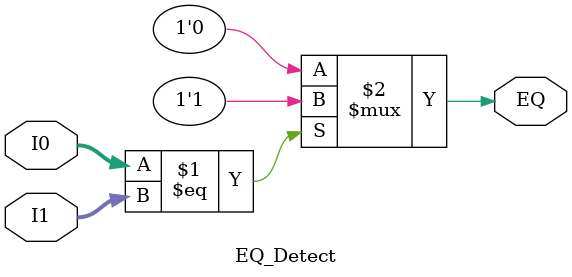
<source format=v>
module EQ_Detect(I0, I1, EQ);
  input[63:0] I0, I1;
  output EQ;
  assign EQ = (I0 == I1) ? 1'b1 : 1'b0;
endmodule
</source>
